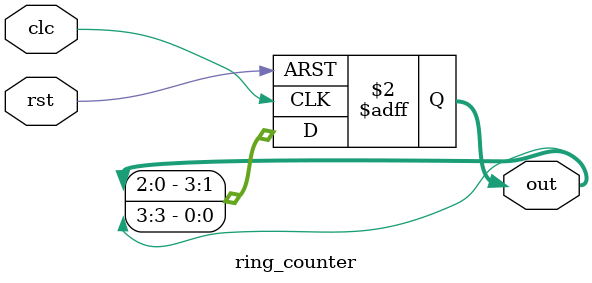
<source format=v>
`timescale 1ns / 1ps



module ring_counter(out,clc,rst);
output reg [3:0]out;
input clc,rst;
always@(posedge clc or posedge rst)
begin
if (rst)
out=4'b1000;
else
begin
        out[3]<=out[2];
  		out[2]<=out[1];
  		out[1]<=out[0];
   		out[0]<=(out[3]);
   		end
   end		
endmodule

</source>
